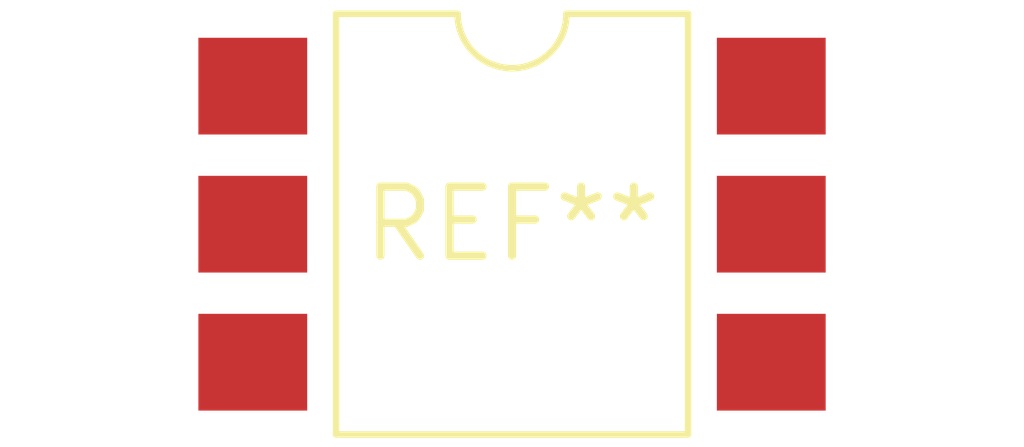
<source format=kicad_pcb>
(kicad_pcb (version 20240108) (generator pcbnew)
  (layers (0 "F.Cu" signal) (31 "B.Cu" signal) (34 "B.Paste" user) (35 "F.Paste" user) (36 "B.SilkS" user "B.Silkscreen") (37 "F.SilkS" user "F.Silkscreen") (38 "B.Mask" user) (39 "F.Mask" user) (44 "Edge.Cuts" user))
  (net 0 "")
  (footprint "SMDIP-6_W9.53mm" (layer "F.Cu") (at 0 0)
    (property "Reference" "REF**")
    (property "Value" "SMDIP-6_W9.53mm")
    (fp_line (start -3.235 -3.87) (end -3.235 3.87) (layer "F.SilkS") (stroke (width 0.12)))
    (fp_line (start -3.235 3.87) (end 3.235 3.87) (layer "F.SilkS") (stroke (width 0.12)))
    (fp_line (start -1 -3.87) (end -3.235 -3.87) (layer "F.SilkS") (stroke (width 0.12)))
    (fp_line (start 3.235 -3.87) (end 1 -3.87) (layer "F.SilkS") (stroke (width 0.12)))
    (fp_line (start 3.235 3.87) (end 3.235 -3.87) (layer "F.SilkS") (stroke (width 0.12)))
    (fp_arc (start 1 -3.87) (mid 0 -2.87) (end -1 -3.87) (layer "F.SilkS") (stroke (width 0.12)))
    (pad "1" smd rect (at -4.765 -2.54) (size 2 1.78) (layers "F.Cu" "F.Paste" "F.Mask"))
    (pad "2" smd rect (at -4.765 0) (size 2 1.78) (layers "F.Cu" "F.Paste" "F.Mask"))
    (pad "3" smd rect (at -4.765 2.54) (size 2 1.78) (layers "F.Cu" "F.Paste" "F.Mask"))
    (pad "4" smd rect (at 4.765 2.54) (size 2 1.78) (layers "F.Cu" "F.Paste" "F.Mask"))
    (pad "5" smd rect (at 4.765 0) (size 2 1.78) (layers "F.Cu" "F.Paste" "F.Mask"))
    (pad "6" smd rect (at 4.765 -2.54) (size 2 1.78) (layers "F.Cu" "F.Paste" "F.Mask"))
  )
)
</source>
